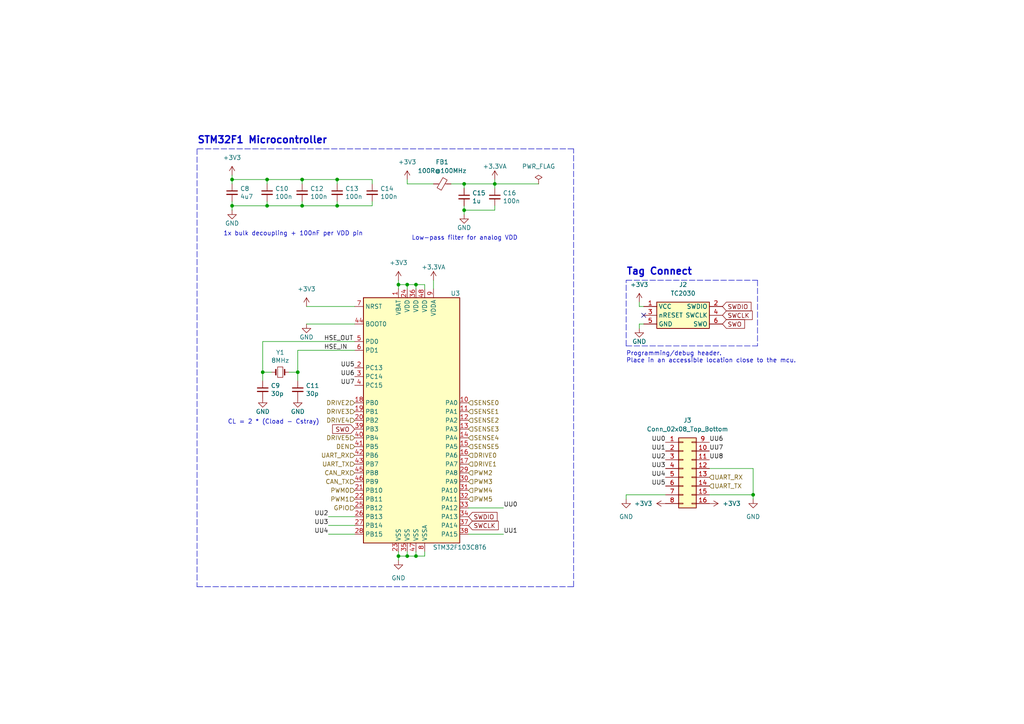
<source format=kicad_sch>
(kicad_sch (version 20211123) (generator eeschema)
  (paper "A4")
  (lib_symbols
    (symbol "Connector_Generic:Conn_02x08_Top_Bottom" (pin_names (offset 1.016) hide)
      (property "Reference" "J" (at 1.27 10.16 0))
      (property "Value" "Conn_02x08_Top_Bottom" (at 1.27 -12.7 0))
      (symbol "Conn_02x08_Top_Bottom_1_1"
        (rectangle (start -1.27 -10.033) (end 0 -10.287) (stroke (width 0.1524)))
        (rectangle (start -1.27 -7.493) (end 0 -7.747) (stroke (width 0.1524)))
        (rectangle (start -1.27 -4.953) (end 0 -5.207) (stroke (width 0.1524)))
        (rectangle (start -1.27 -2.413) (end 0 -2.667) (stroke (width 0.1524)))
        (rectangle (start -1.27 0.127) (end 0 -0.127) (stroke (width 0.1524)))
        (rectangle (start -1.27 2.667) (end 0 2.413) (stroke (width 0.1524)))
        (rectangle (start -1.27 5.207) (end 0 4.953) (stroke (width 0.1524)))
        (rectangle (start -1.27 7.747) (end 0 7.493) (stroke (width 0.1524)))
        (rectangle (start -1.27 8.89) (end 3.81 -11.43) (stroke (width 0.254)) (fill (type background)))
        (rectangle (start 3.81 -10.033) (end 2.54 -10.287) (stroke (width 0.1524)))
        (rectangle (start 3.81 -7.493) (end 2.54 -7.747) (stroke (width 0.1524)))
        (rectangle (start 3.81 -4.953) (end 2.54 -5.207) (stroke (width 0.1524)))
        (rectangle (start 3.81 -2.413) (end 2.54 -2.667) (stroke (width 0.1524)))
        (rectangle (start 3.81 0.127) (end 2.54 -0.127) (stroke (width 0.1524)))
        (rectangle (start 3.81 2.667) (end 2.54 2.413) (stroke (width 0.1524)))
        (rectangle (start 3.81 5.207) (end 2.54 4.953) (stroke (width 0.1524)))
        (rectangle (start 3.81 7.747) (end 2.54 7.493) (stroke (width 0.1524)))
        (pin passive line (at -5.08 7.62 0) (length 3.81) (name "Pin_1") (number "1"))
        (pin passive line (at 7.62 5.08 180) (length 3.81) (name "Pin_10") (number "10"))
        (pin passive line (at 7.62 2.54 180) (length 3.81) (name "Pin_11") (number "11"))
        (pin passive line (at 7.62 0 180) (length 3.81) (name "Pin_12") (number "12"))
        (pin passive line (at 7.62 -2.54 180) (length 3.81) (name "Pin_13") (number "13"))
        (pin passive line (at 7.62 -5.08 180) (length 3.81) (name "Pin_14") (number "14"))
        (pin passive line (at 7.62 -7.62 180) (length 3.81) (name "Pin_15") (number "15"))
        (pin passive line (at 7.62 -10.16 180) (length 3.81) (name "Pin_16") (number "16"))
        (pin passive line (at -5.08 5.08 0) (length 3.81) (name "Pin_2") (number "2"))
        (pin passive line (at -5.08 2.54 0) (length 3.81) (name "Pin_3") (number "3"))
        (pin passive line (at -5.08 0 0) (length 3.81) (name "Pin_4") (number "4"))
        (pin passive line (at -5.08 -2.54 0) (length 3.81) (name "Pin_5") (number "5"))
        (pin passive line (at -5.08 -5.08 0) (length 3.81) (name "Pin_6") (number "6"))
        (pin passive line (at -5.08 -7.62 0) (length 3.81) (name "Pin_7") (number "7"))
        (pin passive line (at -5.08 -10.16 0) (length 3.81) (name "Pin_8") (number "8"))
        (pin passive line (at 7.62 7.62 180) (length 3.81) (name "Pin_9") (number "9"))
      )
    )
    (symbol "Device:C_Small" (pin_numbers hide) (pin_names (offset 0.254) hide)
      (property "Reference" "C" (at 0.254 1.778 0))
      (property "Value" "C_Small" (at 0.254 -2.032 0))
      (symbol "C_Small_0_1"
        (polyline (pts (xy -1.524 -0.508) (xy 1.524 -0.508)) (stroke (width 0.3302)))
        (polyline (pts (xy -1.524 0.508) (xy 1.524 0.508)) (stroke (width 0.3048)))
      )
      (symbol "C_Small_1_1"
        (pin passive line (at 0 2.54 270) (length 2.032) (name "~") (number "1"))
        (pin passive line (at 0 -2.54 90) (length 2.032) (name "~") (number "2"))
      )
    )
    (symbol "Device:Crystal_Small" (pin_numbers hide) (pin_names (offset 1.016) hide)
      (property "Reference" "Y" (at 0 2.54 0))
      (property "Value" "Crystal_Small" (at 0 -2.54 0))
      (symbol "Crystal_Small_0_1"
        (rectangle (start -0.762 -1.524) (end 0.762 1.524))
        (polyline (pts (xy -1.27 -0.762) (xy -1.27 0.762)) (stroke (width 0.381)))
        (polyline (pts (xy 1.27 -0.762) (xy 1.27 0.762)) (stroke (width 0.381)))
      )
      (symbol "Crystal_Small_1_1"
        (pin passive line (at -2.54 0 0) (length 1.27) (name "1") (number "1"))
        (pin passive line (at 2.54 0 180) (length 1.27) (name "2") (number "2"))
      )
    )
    (symbol "Device:FerriteBead_Small" (pin_numbers hide) (pin_names (offset 0))
      (property "Reference" "FB" (at 1.905 1.27 0))
      (property "Value" "FerriteBead_Small" (at 1.905 -1.27 0))
      (symbol "FerriteBead_Small_0_1"
        (polyline (pts (xy 0 -1.27) (xy 0 -0.7874)))
        (polyline (pts (xy 0 0.889) (xy 0 1.2954)))
        (polyline (pts (xy -1.8288 0.2794) (xy -1.1176 1.4986) (xy 1.8288 -0.2032) (xy 1.1176 -1.4224) (xy -1.8288 0.2794)))
      )
      (symbol "FerriteBead_Small_1_1"
        (pin passive line (at 0 2.54 270) (length 1.27) (name "~") (number "1"))
        (pin passive line (at 0 -2.54 90) (length 1.27) (name "~") (number "2"))
      )
    )
    (symbol "MCU_ST_STM32F1:STM32F103C8Tx"
      (property "Reference" "U" (at -15.24 36.83 0))
      (property "Value" "STM32F103C8Tx" (at 7.62 36.83 0))
      (symbol "STM32F103C8Tx_0_1"
        (rectangle (start -15.24 -35.56) (end 12.7 35.56) (stroke (width 0.254)) (fill (type background)))
      )
      (symbol "STM32F103C8Tx_1_1"
        (pin power_in line (at -5.08 38.1 270) (length 2.54) (name "VBAT") (number "1"))
        (pin bidirectional line (at 15.24 5.08 180) (length 2.54) (name "PA0") (number "10"))
        (pin bidirectional line (at 15.24 2.54 180) (length 2.54) (name "PA1") (number "11"))
        (pin bidirectional line (at 15.24 0 180) (length 2.54) (name "PA2") (number "12"))
        (pin bidirectional line (at 15.24 -2.54 180) (length 2.54) (name "PA3") (number "13"))
        (pin bidirectional line (at 15.24 -5.08 180) (length 2.54) (name "PA4") (number "14"))
        (pin bidirectional line (at 15.24 -7.62 180) (length 2.54) (name "PA5") (number "15"))
        (pin bidirectional line (at 15.24 -10.16 180) (length 2.54) (name "PA6") (number "16"))
        (pin bidirectional line (at 15.24 -12.7 180) (length 2.54) (name "PA7") (number "17"))
        (pin bidirectional line (at -17.78 5.08 0) (length 2.54) (name "PB0") (number "18"))
        (pin bidirectional line (at -17.78 2.54 0) (length 2.54) (name "PB1") (number "19"))
        (pin bidirectional line (at -17.78 15.24 0) (length 2.54) (name "PC13") (number "2"))
        (pin bidirectional line (at -17.78 0 0) (length 2.54) (name "PB2") (number "20"))
        (pin bidirectional line (at -17.78 -20.32 0) (length 2.54) (name "PB10") (number "21"))
        (pin bidirectional line (at -17.78 -22.86 0) (length 2.54) (name "PB11") (number "22"))
        (pin power_in line (at -5.08 -38.1 90) (length 2.54) (name "VSS") (number "23"))
        (pin power_in line (at -2.54 38.1 270) (length 2.54) (name "VDD") (number "24"))
        (pin bidirectional line (at -17.78 -25.4 0) (length 2.54) (name "PB12") (number "25"))
        (pin bidirectional line (at -17.78 -27.94 0) (length 2.54) (name "PB13") (number "26"))
        (pin bidirectional line (at -17.78 -30.48 0) (length 2.54) (name "PB14") (number "27"))
        (pin bidirectional line (at -17.78 -33.02 0) (length 2.54) (name "PB15") (number "28"))
        (pin bidirectional line (at 15.24 -15.24 180) (length 2.54) (name "PA8") (number "29"))
        (pin bidirectional line (at -17.78 12.7 0) (length 2.54) (name "PC14") (number "3"))
        (pin bidirectional line (at 15.24 -17.78 180) (length 2.54) (name "PA9") (number "30"))
        (pin bidirectional line (at 15.24 -20.32 180) (length 2.54) (name "PA10") (number "31"))
        (pin bidirectional line (at 15.24 -22.86 180) (length 2.54) (name "PA11") (number "32"))
        (pin bidirectional line (at 15.24 -25.4 180) (length 2.54) (name "PA12") (number "33"))
        (pin bidirectional line (at 15.24 -27.94 180) (length 2.54) (name "PA13") (number "34"))
        (pin power_in line (at -2.54 -38.1 90) (length 2.54) (name "VSS") (number "35"))
        (pin power_in line (at 0 38.1 270) (length 2.54) (name "VDD") (number "36"))
        (pin bidirectional line (at 15.24 -30.48 180) (length 2.54) (name "PA14") (number "37"))
        (pin bidirectional line (at 15.24 -33.02 180) (length 2.54) (name "PA15") (number "38"))
        (pin bidirectional line (at -17.78 -2.54 0) (length 2.54) (name "PB3") (number "39"))
        (pin bidirectional line (at -17.78 10.16 0) (length 2.54) (name "PC15") (number "4"))
        (pin bidirectional line (at -17.78 -5.08 0) (length 2.54) (name "PB4") (number "40"))
        (pin bidirectional line (at -17.78 -7.62 0) (length 2.54) (name "PB5") (number "41"))
        (pin bidirectional line (at -17.78 -10.16 0) (length 2.54) (name "PB6") (number "42"))
        (pin bidirectional line (at -17.78 -12.7 0) (length 2.54) (name "PB7") (number "43"))
        (pin input line (at -17.78 27.94 0) (length 2.54) (name "BOOT0") (number "44"))
        (pin bidirectional line (at -17.78 -15.24 0) (length 2.54) (name "PB8") (number "45"))
        (pin bidirectional line (at -17.78 -17.78 0) (length 2.54) (name "PB9") (number "46"))
        (pin power_in line (at 0 -38.1 90) (length 2.54) (name "VSS") (number "47"))
        (pin power_in line (at 2.54 38.1 270) (length 2.54) (name "VDD") (number "48"))
        (pin input line (at -17.78 22.86 0) (length 2.54) (name "PD0") (number "5"))
        (pin input line (at -17.78 20.32 0) (length 2.54) (name "PD1") (number "6"))
        (pin input line (at -17.78 33.02 0) (length 2.54) (name "NRST") (number "7"))
        (pin power_in line (at 2.54 -38.1 90) (length 2.54) (name "VSSA") (number "8"))
        (pin power_in line (at 5.08 38.1 270) (length 2.54) (name "VDDA") (number "9"))
      )
    )
    (symbol "TC2030:TC2030" (in_bom no)
      (property "Reference" "J" (at 0 5.08 0))
      (property "Value" "TC2030" (at 0 -5.08 0))
      (symbol "TC2030_1_1"
        (rectangle (start -7.62 3.81) (end 7.62 -3.81) (stroke (width 0.254)) (fill (type background)))
        (pin passive line (at -11.43 2.54 0) (length 3.81) (name "VCC") (number "1"))
        (pin passive line (at 11.43 2.54 180) (length 3.81) (name "SWDIO") (number "2"))
        (pin passive line (at -11.43 0 0) (length 3.81) (name "nRESET") (number "3"))
        (pin passive line (at 11.43 0 180) (length 3.81) (name "SWCLK") (number "4"))
        (pin passive line (at -11.43 -2.54 0) (length 3.81) (name "GND") (number "5"))
        (pin passive line (at 11.43 -2.54 180) (length 3.81) (name "SWO") (number "6"))
      )
    )
    (symbol "power:+3.3VA" (power) (pin_names (offset 0))
      (property "Value" "+3.3VA" (at 0 3.556 0))
      (symbol "+3.3VA_0_1"
        (polyline (pts (xy -0.762 1.27) (xy 0 2.54)))
        (polyline (pts (xy 0 0) (xy 0 2.54)))
        (polyline (pts (xy 0 2.54) (xy 0.762 1.27)))
      )
      (symbol "+3.3VA_1_1"
        (pin power_in line (at 0 0 90) (length 0) hide (name "+3.3VA") (number "1"))
      )
    )
    (symbol "power:+3V3" (power) (pin_names (offset 0))
      (property "Value" "+3V3" (at 0 3.556 0))
      (symbol "+3V3_0_1"
        (polyline (pts (xy -0.762 1.27) (xy 0 2.54)))
        (polyline (pts (xy 0 0) (xy 0 2.54)))
        (polyline (pts (xy 0 2.54) (xy 0.762 1.27)))
      )
      (symbol "+3V3_1_1"
        (pin power_in line (at 0 0 90) (length 0) hide (name "+3V3") (number "1"))
      )
    )
    (symbol "power:GND" (power) (pin_names (offset 0))
      (property "Value" "GND" (at 0 -3.81 0))
      (symbol "GND_0_1"
        (polyline (pts (xy 0 0) (xy 0 -1.27) (xy 1.27 -1.27) (xy 0 -2.54) (xy -1.27 -1.27) (xy 0 -1.27)))
      )
      (symbol "GND_1_1"
        (pin power_in line (at 0 0 270) (length 0) hide (name "GND") (number "1"))
      )
    )
    (symbol "power:PWR_FLAG" (power) (pin_numbers hide) (pin_names (offset 0) hide)
      (property "Value" "PWR_FLAG" (at 0 3.81 0))
      (symbol "PWR_FLAG_0_0"
        (pin power_out line (at 0 0 90) (length 0) (name "pwr") (number "1"))
      )
      (symbol "PWR_FLAG_0_1"
        (polyline (pts (xy 0 0) (xy 0 1.27) (xy -1.016 1.905) (xy 0 2.54) (xy 1.016 1.905) (xy 0 1.27)))
      )
    )
  )
  (junction (at 86.36 107.95))
  (junction (at 218.44 143.51))
  (junction (at 118.11 161.29))
  (junction (at 143.51 53.34))
  (junction (at 87.63 52.07))
  (junction (at 115.57 82.55))
  (junction (at 120.65 161.29))
  (junction (at 77.47 52.07))
  (junction (at 87.63 59.69))
  (junction (at 115.57 161.29))
  (junction (at 97.79 59.69))
  (junction (at 76.2 107.95))
  (junction (at 67.31 59.69))
  (junction (at 118.11 82.55))
  (junction (at 134.62 53.34))
  (junction (at 67.31 52.07))
  (junction (at 120.65 82.55))
  (junction (at 77.47 59.69))
  (junction (at 97.79 52.07))
  (junction (at 134.62 60.96))
  (no_connect (at 186.69 91.44))
  (wire (pts (xy 181.61 144.78) (xy 181.61 143.51)))
  (wire (pts (xy 77.47 59.69) (xy 77.47 58.42)))
  (wire (pts (xy 107.95 52.07) (xy 97.79 52.07)))
  (wire (pts (xy 120.65 82.55) (xy 123.19 82.55)))
  (wire (pts (xy 186.69 88.9) (xy 185.42 88.9)))
  (wire (pts (xy 97.79 53.34) (xy 97.79 52.07)))
  (wire (pts (xy 205.74 135.89) (xy 218.44 135.89)))
  (wire (pts (xy 185.42 93.98) (xy 186.69 93.98)))
  (wire (pts (xy 120.65 161.29) (xy 123.19 161.29)))
  (wire (pts (xy 77.47 59.69) (xy 87.63 59.69)))
  (wire (pts (xy 115.57 162.56) (xy 115.57 161.29)))
  (wire (pts (xy 123.19 82.55) (xy 123.19 83.82)))
  (wire (pts (xy 218.44 135.89) (xy 218.44 143.51)))
  (wire (pts (xy 87.63 53.34) (xy 87.63 52.07)))
  (wire (pts (xy 134.62 62.23) (xy 134.62 60.96)))
  (wire (pts (xy 118.11 83.82) (xy 118.11 82.55)))
  (wire (pts (xy 107.95 53.34) (xy 107.95 52.07)))
  (wire (pts (xy 86.36 101.6) (xy 102.87 101.6)))
  (wire (pts (xy 76.2 110.49) (xy 76.2 107.95)))
  (wire (pts (xy 97.79 52.07) (xy 87.63 52.07)))
  (wire (pts (xy 143.51 53.34) (xy 134.62 53.34)))
  (wire (pts (xy 115.57 82.55) (xy 118.11 82.55)))
  (wire (pts (xy 76.2 107.95) (xy 78.74 107.95)))
  (wire (pts (xy 102.87 99.06) (xy 76.2 99.06)))
  (wire (pts (xy 181.61 143.51) (xy 193.04 143.51)))
  (wire (pts (xy 67.31 50.8) (xy 67.31 52.07)))
  (polyline (pts (xy 166.37 170.18) (xy 166.37 43.18)))
  (wire (pts (xy 118.11 161.29) (xy 120.65 161.29)))
  (wire (pts (xy 87.63 58.42) (xy 87.63 59.69)))
  (wire (pts (xy 67.31 52.07) (xy 67.31 53.34)))
  (wire (pts (xy 185.42 88.9) (xy 185.42 87.63)))
  (wire (pts (xy 87.63 52.07) (xy 77.47 52.07)))
  (wire (pts (xy 86.36 107.95) (xy 86.36 101.6)))
  (wire (pts (xy 115.57 161.29) (xy 115.57 160.02)))
  (wire (pts (xy 123.19 161.29) (xy 123.19 160.02)))
  (wire (pts (xy 120.65 160.02) (xy 120.65 161.29)))
  (wire (pts (xy 143.51 60.96) (xy 143.51 59.69)))
  (wire (pts (xy 77.47 52.07) (xy 77.47 53.34)))
  (polyline (pts (xy 181.61 100.33) (xy 181.61 81.28)))
  (wire (pts (xy 134.62 60.96) (xy 143.51 60.96)))
  (wire (pts (xy 95.25 152.4) (xy 102.87 152.4)))
  (wire (pts (xy 146.05 147.32) (xy 135.89 147.32)))
  (wire (pts (xy 218.44 143.51) (xy 218.44 144.78)))
  (polyline (pts (xy 166.37 43.18) (xy 57.15 43.18)))
  (wire (pts (xy 134.62 59.69) (xy 134.62 60.96)))
  (polyline (pts (xy 57.15 170.18) (xy 166.37 170.18)))
  (wire (pts (xy 67.31 59.69) (xy 77.47 59.69)))
  (wire (pts (xy 76.2 99.06) (xy 76.2 107.95)))
  (polyline (pts (xy 181.61 81.28) (xy 219.71 81.28)))
  (wire (pts (xy 118.11 82.55) (xy 120.65 82.55)))
  (wire (pts (xy 143.51 53.34) (xy 156.21 53.34)))
  (wire (pts (xy 88.9 88.9) (xy 102.87 88.9)))
  (wire (pts (xy 86.36 110.49) (xy 86.36 107.95)))
  (wire (pts (xy 97.79 58.42) (xy 97.79 59.69)))
  (wire (pts (xy 88.9 93.98) (xy 102.87 93.98)))
  (wire (pts (xy 125.73 81.28) (xy 125.73 83.82)))
  (wire (pts (xy 97.79 59.69) (xy 107.95 59.69)))
  (wire (pts (xy 118.11 160.02) (xy 118.11 161.29)))
  (wire (pts (xy 143.51 52.07) (xy 143.51 53.34)))
  (wire (pts (xy 205.74 143.51) (xy 218.44 143.51)))
  (wire (pts (xy 118.11 52.07) (xy 118.11 53.34)))
  (wire (pts (xy 146.05 154.94) (xy 135.89 154.94)))
  (polyline (pts (xy 219.71 81.28) (xy 219.71 100.33)))
  (wire (pts (xy 134.62 54.61) (xy 134.62 53.34)))
  (polyline (pts (xy 181.61 100.33) (xy 219.71 100.33)))
  (wire (pts (xy 185.42 95.25) (xy 185.42 93.98)))
  (wire (pts (xy 118.11 53.34) (xy 125.73 53.34)))
  (wire (pts (xy 115.57 82.55) (xy 115.57 83.82)))
  (wire (pts (xy 143.51 54.61) (xy 143.51 53.34)))
  (wire (pts (xy 67.31 58.42) (xy 67.31 59.69)))
  (wire (pts (xy 115.57 81.28) (xy 115.57 82.55)))
  (wire (pts (xy 130.81 53.34) (xy 134.62 53.34)))
  (wire (pts (xy 95.25 154.94) (xy 102.87 154.94)))
  (wire (pts (xy 67.31 59.69) (xy 67.31 60.96)))
  (wire (pts (xy 77.47 52.07) (xy 67.31 52.07)))
  (wire (pts (xy 95.25 149.86) (xy 102.87 149.86)))
  (wire (pts (xy 115.57 161.29) (xy 118.11 161.29)))
  (polyline (pts (xy 57.15 43.18) (xy 57.15 170.18)))
  (wire (pts (xy 120.65 83.82) (xy 120.65 82.55)))
  (wire (pts (xy 107.95 58.42) (xy 107.95 59.69)))
  (wire (pts (xy 83.82 107.95) (xy 86.36 107.95)))
  (wire (pts (xy 87.63 59.69) (xy 97.79 59.69)))
  (text "CL = 2 * (Cload - Cstray)" (at 66.04 123.19 0) (effects (font (size 1.27 1.27)) (justify left bottom)))
  (text "Low-pass filter for analog VDD" (at 119.38 69.85 0) (effects (font (size 1.27 1.27)) (justify left bottom)))
  (text "STM32F1 Microcontroller" (at 57.15 41.91 0) (effects (font (size 2.0066 2.0066) (thickness 0.4013) bold) (justify left bottom)))
  (text "1x bulk decoupling + 100nF per VDD pin" (at 64.77 68.58 0) (effects (font (size 1.27 1.27)) (justify left bottom)))
  (text "Tag Connect" (at 181.61 80.01 0) (effects (font (size 2.0066 2.0066) (thickness 0.4013) bold) (justify left bottom)))
  (text "Programming/debug header.\nPlace in an accessible location close to the mcu." (at 181.61 105.41 0) (effects (font (size 1.27 1.27)) (justify left bottom)))
  (label "UU0" (at 146.05 147.32 0))
  (label "UU5" (at 193.04 140.97 180))
  (label "UU3" (at 193.04 135.89 180))
  (label "UU3" (at 95.25 152.4 180))
  (label "UU1" (at 146.05 154.94 0))
  (label "UU8" (at 205.74 133.35 0))
  (label "UU2" (at 193.04 133.35 180))
  (label "UU2" (at 95.25 149.86 180))
  (label "UU1" (at 193.04 130.81 180))
  (label "HSE_IN" (at 93.98 101.6 0))
  (label "UU7" (at 102.87 111.76 180))
  (label "UU6" (at 205.74 128.27 0))
  (label "UU4" (at 193.04 138.43 180))
  (label "UU6" (at 102.87 109.22 180))
  (label "UU7" (at 205.74 130.81 0))
  (label "UU5" (at 102.87 106.68 180))
  (label "UU0" (at 193.04 128.27 180))
  (label "HSE_OUT" (at 93.98 99.06 0))
  (label "UU4" (at 95.25 154.94 180))
  (global_label "SWDIO" (shape input) (at 209.55 88.9 0) (property "Intersheet References" "${INTERSHEET_REFS}" (effects hide)))
  (global_label "SWO" (shape input) (at 209.55 93.98 0) (property "Intersheet References" "${INTERSHEET_REFS}" (effects hide)))
  (global_label "SWCLK" (shape input) (at 135.89 152.4 0) (property "Intersheet References" "${INTERSHEET_REFS}" (effects hide)))
  (global_label "SWCLK" (shape input) (at 209.55 91.44 0) (property "Intersheet References" "${INTERSHEET_REFS}" (effects hide)))
  (global_label "SWDIO" (shape input) (at 135.89 149.86 0) (property "Intersheet References" "${INTERSHEET_REFS}" (effects hide)))
  (global_label "SWO" (shape input) (at 102.87 124.46 180) (property "Intersheet References" "${INTERSHEET_REFS}" (effects hide)))
  (hierarchical_label "DRIVE1" (shape input) (at 135.89 134.62 0))
  (hierarchical_label "SENSE2" (shape input) (at 135.89 121.92 0))
  (hierarchical_label "PWM5" (shape input) (at 135.89 144.78 0))
  (hierarchical_label "DRIVE3" (shape input) (at 102.87 119.38 180))
  (hierarchical_label "GPIO" (shape input) (at 102.87 147.32 180))
  (hierarchical_label "PWM1" (shape input) (at 102.87 144.78 180))
  (hierarchical_label "SENSE3" (shape input) (at 135.89 124.46 0))
  (hierarchical_label "CAN_RX" (shape input) (at 102.87 137.16 180))
  (hierarchical_label "UART_RX" (shape input) (at 205.74 138.43 0))
  (hierarchical_label "UART_TX" (shape input) (at 102.87 134.62 180))
  (hierarchical_label "DRIVE5" (shape input) (at 102.87 127 180))
  (hierarchical_label "SENSE4" (shape input) (at 135.89 127 0))
  (hierarchical_label "UART_TX" (shape input) (at 205.74 140.97 0))
  (hierarchical_label "SENSE1" (shape input) (at 135.89 119.38 0))
  (hierarchical_label "PWM4" (shape input) (at 135.89 142.24 0))
  (hierarchical_label "SENSE5" (shape input) (at 135.89 129.54 0))
  (hierarchical_label "UART_RX" (shape input) (at 102.87 132.08 180))
  (hierarchical_label "DRIVE0" (shape input) (at 135.89 132.08 0))
  (hierarchical_label "DRIVE4" (shape input) (at 102.87 121.92 180))
  (hierarchical_label "PWM2" (shape input) (at 135.89 137.16 0))
  (hierarchical_label "PWM0" (shape input) (at 102.87 142.24 180))
  (hierarchical_label "PWM3" (shape input) (at 135.89 139.7 0))
  (hierarchical_label "SENSE0" (shape input) (at 135.89 116.84 0))
  (hierarchical_label "DRIVE2" (shape input) (at 102.87 116.84 180))
  (hierarchical_label "CAN_TX" (shape input) (at 102.87 139.7 180))
  (hierarchical_label "DEN" (shape input) (at 102.87 129.54 180))
  (symbol (lib_id "power:PWR_FLAG") (at 156.21 53.34 0) (unit 1)
    (property "Reference" "#FLG03" (effects hide))
    (property "Value" "PWR_FLAG" (at 156.21 48.26 0))
  )
  (symbol (lib_id "power:+3V3") (at 88.9 88.9 0) (unit 1)
    (property "Reference" "#PWR022" (effects hide))
    (property "Value" "+3V3" (at 88.9 83.82 0))
  )
  (symbol (lib_id "MCU_ST_STM32F1:STM32F103C8Tx") (at 120.65 121.92 0) (unit 1)
    (property "Reference" "U3" (at 132.08 85.09 0))
    (property "Value" "STM32F103C8T6" (at 133.35 158.75 0))
    (property "Footprint" "Package_QFP:LQFP-48_7x7mm_P0.5mm" (effects hide))
    (property "Datasheet" "http://www.st.com/st-web-ui/static/active/en/resource/technical/document/datasheet/CD00161566.pdf" (effects hide))
    (property "LCSC" "C77994" (effects hide))
  )
  (symbol (lib_id "Device:C_Small") (at 86.36 113.03 0) (unit 1)
    (property "Reference" "C11" (at 88.6968 111.8616 0) (effects (justify left)))
    (property "Value" "30p" (at 88.6968 114.173 0) (effects (justify left)))
    (property "Footprint" "Capacitor_SMD:C_0402_1005Metric" (effects hide))
    (property "LCSC" "C1570" (effects hide))
  )
  (symbol (lib_id "Device:C_Small") (at 97.79 55.88 0) (unit 1)
    (property "Reference" "C13" (at 100.1268 54.7116 0) (effects (justify left)))
    (property "Value" "100n" (at 100.1268 57.023 0) (effects (justify left)))
    (property "Footprint" "Capacitor_SMD:C_0402_1005Metric" (effects hide))
    (property "LCSC" "C307331" (effects hide))
  )
  (symbol (lib_id "Device:C_Small") (at 107.95 55.88 0) (unit 1)
    (property "Reference" "C14" (at 110.2868 54.7116 0) (effects (justify left)))
    (property "Value" "100n" (at 110.2868 57.023 0) (effects (justify left)))
    (property "Footprint" "Capacitor_SMD:C_0402_1005Metric" (effects hide))
    (property "LCSC" "C307331" (effects hide))
  )
  (symbol (lib_id "Connector_Generic:Conn_02x08_Top_Bottom") (at 198.12 135.89 0) (unit 1)
    (property "Reference" "J3" (at 199.39 121.92 0))
    (property "Value" "Conn_02x08_Top_Bottom" (at 199.39 124.46 0))
    (property "Footprint" "Connector_PinHeader_2.54mm:PinHeader_2x08_P2.54mm_Vertical" (effects hide))
  )
  (symbol (lib_id "Device:FerriteBead_Small") (at 128.27 53.34 90) (unit 1)
    (property "Reference" "FB1" (at 128.2319 46.99 90))
    (property "Value" "100R@100MHz" (at 128.2319 49.53 90))
    (property "Footprint" "Resistor_SMD:R_0805_2012Metric" (effects hide))
    (property "LCSC" "C1015" (effects hide))
  )
  (symbol (lib_id "Device:C_Small") (at 76.2 113.03 0) (unit 1)
    (property "Reference" "C9" (at 78.5368 111.8616 0) (effects (justify left)))
    (property "Value" "30p" (at 78.5368 114.173 0) (effects (justify left)))
    (property "Footprint" "Capacitor_SMD:C_0402_1005Metric" (effects hide))
    (property "LCSC" "C1570" (effects hide))
  )
  (symbol (lib_id "power:GND") (at 218.44 144.78 0) (unit 1)
    (property "Reference" "#PWR035" (effects hide))
    (property "Value" "GND" (at 218.44 149.86 0))
  )
  (symbol (lib_id "Device:C_Small") (at 77.47 55.88 0) (unit 1)
    (property "Reference" "C10" (at 79.8068 54.7116 0) (effects (justify left)))
    (property "Value" "100n" (at 79.8068 57.023 0) (effects (justify left)))
    (property "Footprint" "Capacitor_SMD:C_0402_1005Metric" (effects hide))
    (property "LCSC" "C307331" (effects hide))
  )
  (symbol (lib_id "power:GND") (at 86.36 115.57 0) (unit 1)
    (property "Reference" "#PWR021" (effects hide))
    (property "Value" "GND" (at 86.36 119.38 0))
  )
  (symbol (lib_id "Device:C_Small") (at 67.31 55.88 0) (unit 1)
    (property "Reference" "C8" (at 69.6468 54.7116 0) (effects (justify left)))
    (property "Value" "4u7" (at 69.6468 57.023 0) (effects (justify left)))
    (property "Footprint" "Capacitor_SMD:C_0603_1608Metric" (effects hide))
    (property "LCSC" "C19666" (effects hide))
  )
  (symbol (lib_id "power:+3V3") (at 115.57 81.28 0) (unit 1)
    (property "Reference" "#PWR024" (effects hide))
    (property "Value" "+3V3" (at 115.57 76.2 0))
  )
  (symbol (lib_id "Device:Crystal_Small") (at 81.28 107.95 0) (unit 1)
    (property "Reference" "Y1" (at 81.28 102.235 0))
    (property "Value" "8MHz" (at 81.28 104.5464 0))
    (property "Footprint" "Crystal:Crystal_SMD_5032-2Pin_5.0x3.2mm" (effects hide))
    (property "LCSC" "C115962" (effects hide))
  )
  (symbol (lib_id "power:GND") (at 185.42 95.25 0) (unit 1)
    (property "Reference" "#PWR032" (effects hide))
    (property "Value" "GND" (at 185.42 99.06 0))
  )
  (symbol (lib_id "power:+3V3") (at 185.42 87.63 0) (unit 1)
    (property "Reference" "#PWR031" (effects hide))
    (property "Value" "+3V3" (at 185.42 82.55 0))
  )
  (symbol (lib_id "power:GND") (at 67.31 60.96 0) (unit 1)
    (property "Reference" "#PWR019" (effects hide))
    (property "Value" "GND" (at 67.31 64.77 0))
  )
  (symbol (lib_id "power:+3.3VA") (at 143.51 52.07 0) (unit 1)
    (property "Reference" "#PWR029" (effects hide))
    (property "Value" "+3.3VA" (at 143.51 48.26 0))
  )
  (symbol (lib_id "power:GND") (at 76.2 115.57 0) (unit 1)
    (property "Reference" "#PWR020" (effects hide))
    (property "Value" "GND" (at 76.2 119.38 0))
  )
  (symbol (lib_id "Device:C_Small") (at 87.63 55.88 0) (unit 1)
    (property "Reference" "C12" (at 89.9668 54.7116 0) (effects (justify left)))
    (property "Value" "100n" (at 89.9668 57.023 0) (effects (justify left)))
    (property "Footprint" "Capacitor_SMD:C_0402_1005Metric" (effects hide))
    (property "LCSC" "C307331" (effects hide))
  )
  (symbol (lib_id "TC2030:TC2030") (at 198.12 91.44 0) (unit 1) (in_bom no)
    (property "Reference" "J2" (at 198.12 82.55 0))
    (property "Value" "TC2030" (at 198.12 85.09 0))
    (property "Footprint" "Connector:Tag-Connect_TC2030-IDC-NL_2x03_P1.27mm_Vertical" (effects hide))
  )
  (symbol (lib_id "Device:C_Small") (at 143.51 57.15 0) (unit 1)
    (property "Reference" "C16" (at 145.8468 55.9816 0) (effects (justify left)))
    (property "Value" "100n" (at 145.8468 58.293 0) (effects (justify left)))
    (property "Footprint" "Capacitor_SMD:C_0402_1005Metric" (effects hide))
    (property "LCSC" "C307331" (effects hide))
  )
  (symbol (lib_id "power:GND") (at 181.61 144.78 0) (unit 1)
    (property "Reference" "#PWR030" (effects hide))
    (property "Value" "GND" (at 181.61 149.86 0))
  )
  (symbol (lib_id "power:GND") (at 134.62 62.23 0) (unit 1)
    (property "Reference" "#PWR028" (effects hide))
    (property "Value" "GND" (at 134.62 66.04 0))
  )
  (symbol (lib_id "Device:C_Small") (at 134.62 57.15 0) (unit 1)
    (property "Reference" "C15" (at 136.9568 55.9816 0) (effects (justify left)))
    (property "Value" "1u" (at 136.9568 58.293 0) (effects (justify left)))
    (property "Footprint" "Capacitor_SMD:C_0603_1608Metric" (effects hide))
    (property "LCSC" "C15849" (effects hide))
  )
  (symbol (lib_id "power:+3V3") (at 193.04 146.05 90) (unit 1)
    (property "Reference" "#PWR033" (effects hide))
    (property "Value" "+3V3" (at 189.23 146.0499 90) (effects (justify left)))
  )
  (symbol (lib_id "power:+3V3") (at 67.31 50.8 0) (unit 1)
    (property "Reference" "#PWR018" (effects hide))
    (property "Value" "+3V3" (at 67.31 45.72 0))
  )
  (symbol (lib_id "power:GND") (at 88.9 93.98 0) (unit 1)
    (property "Reference" "#PWR023" (effects hide))
    (property "Value" "GND" (at 88.9 97.79 0))
  )
  (symbol (lib_id "power:+3V3") (at 205.74 146.05 270) (mirror x) (unit 1)
    (property "Reference" "#PWR034" (effects hide))
    (property "Value" "+3V3" (at 209.55 146.0499 90) (effects (justify left)))
  )
  (symbol (lib_id "power:+3V3") (at 118.11 52.07 0) (unit 1)
    (property "Reference" "#PWR026" (effects hide))
    (property "Value" "+3V3" (at 118.11 46.99 0))
  )
  (symbol (lib_id "power:+3.3VA") (at 125.73 81.28 0) (unit 1)
    (property "Reference" "#PWR027" (effects hide))
    (property "Value" "+3.3VA" (at 125.73 77.47 0))
  )
  (symbol (lib_id "power:GND") (at 115.57 162.56 0) (unit 1)
    (property "Reference" "#PWR025" (effects hide))
    (property "Value" "GND" (at 115.57 167.64 0))
  )
)
</source>
